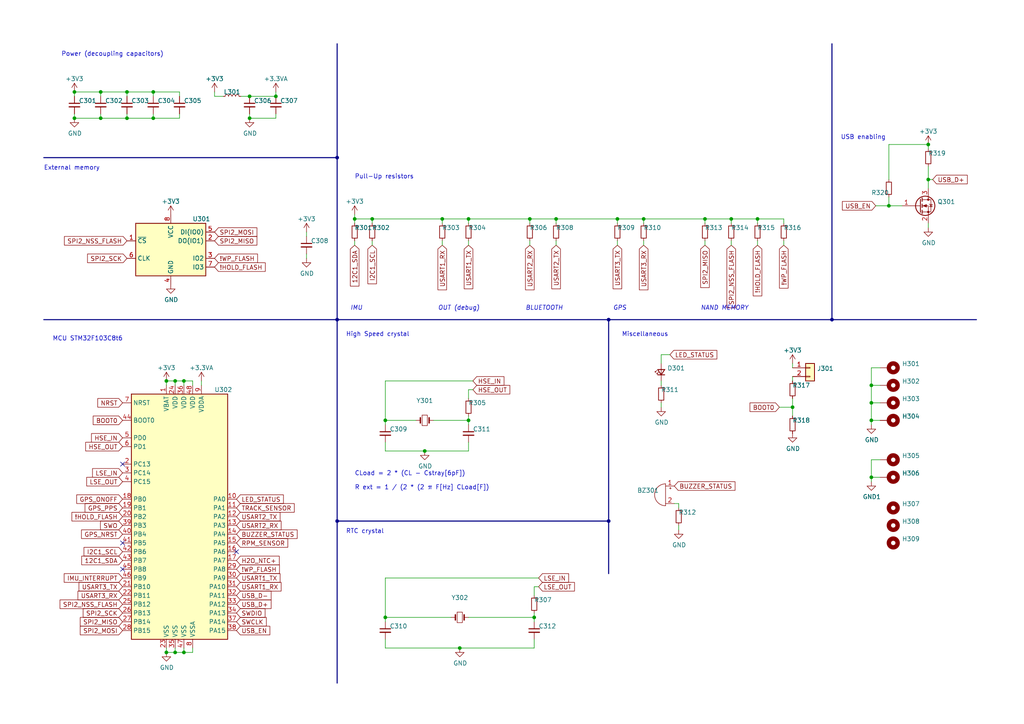
<source format=kicad_sch>
(kicad_sch (version 20211123) (generator eeschema)
  (paper "A4")
  (lib_symbols
    (symbol "Connector_Generic:Conn_01x02" (pin_names (offset 1.016) hide)
      (property "Reference" "J" (at 0 2.54 0))
      (property "Value" "Conn_01x02" (at 0 -5.08 0))
      (symbol "Conn_01x02_1_1"
        (rectangle (start -1.27 -2.413) (end 0 -2.667) (stroke (width 0.1524)))
        (rectangle (start -1.27 0.127) (end 0 -0.127) (stroke (width 0.1524)))
        (rectangle (start -1.27 1.27) (end 1.27 -3.81) (stroke (width 0.254)) (fill (type background)))
        (pin passive line (at -5.08 0 0) (length 3.81) (name "Pin_1") (number "1"))
        (pin passive line (at -5.08 -2.54 0) (length 3.81) (name "Pin_2") (number "2"))
      )
    )
    (symbol "Device:Buzzer" (pin_names (offset 0.0254) hide)
      (property "Reference" "BZ" (at 3.81 1.27 0))
      (property "Value" "Buzzer" (at 3.81 -1.27 0))
      (symbol "Buzzer_0_1"
        (arc (start 0 -3.175) (mid 3.175 0) (end 0 3.175))
        (polyline (pts (xy -1.651 1.905) (xy -1.143 1.905)))
        (polyline (pts (xy -1.397 2.159) (xy -1.397 1.651)))
        (polyline (pts (xy 0 3.175) (xy 0 -3.175)))
      )
      (symbol "Buzzer_1_1"
        (pin passive line (at -2.54 2.54 0) (length 2.54) (name "-") (number "1"))
        (pin passive line (at -2.54 -2.54 0) (length 2.54) (name "+") (number "2"))
      )
    )
    (symbol "Device:C_Small" (pin_numbers hide) (pin_names (offset 0.254) hide)
      (property "Reference" "C" (at 0.254 1.778 0))
      (property "Value" "C_Small" (at 0.254 -2.032 0))
      (symbol "C_Small_0_1"
        (polyline (pts (xy -1.524 -0.508) (xy 1.524 -0.508)) (stroke (width 0.3302)))
        (polyline (pts (xy -1.524 0.508) (xy 1.524 0.508)) (stroke (width 0.3048)))
      )
      (symbol "C_Small_1_1"
        (pin passive line (at 0 2.54 270) (length 2.032) (name "~") (number "1"))
        (pin passive line (at 0 -2.54 90) (length 2.032) (name "~") (number "2"))
      )
    )
    (symbol "Device:Crystal_Small" (pin_numbers hide) (pin_names (offset 1.016) hide)
      (property "Reference" "Y" (at 0 2.54 0))
      (property "Value" "Crystal_Small" (at 0 -2.54 0))
      (symbol "Crystal_Small_0_1"
        (rectangle (start -0.762 -1.524) (end 0.762 1.524))
        (polyline (pts (xy -1.27 -0.762) (xy -1.27 0.762)) (stroke (width 0.381)))
        (polyline (pts (xy 1.27 -0.762) (xy 1.27 0.762)) (stroke (width 0.381)))
      )
      (symbol "Crystal_Small_1_1"
        (pin passive line (at -2.54 0 0) (length 1.27) (name "1") (number "1"))
        (pin passive line (at 2.54 0 180) (length 1.27) (name "2") (number "2"))
      )
    )
    (symbol "Device:LED_Small" (pin_numbers hide) (pin_names (offset 0.254) hide)
      (property "Reference" "D" (at -1.27 3.175 0))
      (property "Value" "LED_Small" (at -4.445 -2.54 0))
      (symbol "LED_Small_0_1"
        (polyline (pts (xy -0.762 -1.016) (xy -0.762 1.016)) (stroke (width 0.254)))
        (polyline (pts (xy 1.016 0) (xy -0.762 0)))
        (polyline (pts (xy 0.762 -1.016) (xy -0.762 0) (xy 0.762 1.016) (xy 0.762 -1.016)) (stroke (width 0.254)))
        (polyline (pts (xy 0 0.762) (xy -0.508 1.27) (xy -0.254 1.27) (xy -0.508 1.27) (xy -0.508 1.016)))
        (polyline (pts (xy 0.508 1.27) (xy 0 1.778) (xy 0.254 1.778) (xy 0 1.778) (xy 0 1.524)))
      )
      (symbol "LED_Small_1_1"
        (pin passive line (at -2.54 0 0) (length 1.778) (name "K") (number "1"))
        (pin passive line (at 2.54 0 180) (length 1.778) (name "A") (number "2"))
      )
    )
    (symbol "Device:L_Small" (pin_numbers hide) (pin_names (offset 0.254) hide)
      (property "Reference" "L" (at 0.762 1.016 0))
      (property "Value" "L_Small" (at 0.762 -1.016 0))
      (symbol "L_Small_0_1"
        (arc (start 0 -2.032) (mid 0.508 -1.524) (end 0 -1.016))
        (arc (start 0 -1.016) (mid 0.508 -0.508) (end 0 0))
        (arc (start 0 0) (mid 0.508 0.508) (end 0 1.016))
        (arc (start 0 1.016) (mid 0.508 1.524) (end 0 2.032))
      )
      (symbol "L_Small_1_1"
        (pin passive line (at 0 2.54 270) (length 0.508) (name "~") (number "1"))
        (pin passive line (at 0 -2.54 90) (length 0.508) (name "~") (number "2"))
      )
    )
    (symbol "Device:R_Small" (pin_numbers hide) (pin_names (offset 0.254) hide)
      (property "Reference" "R" (at 0.762 0.508 0))
      (property "Value" "R_Small" (at 0.762 -1.016 0))
      (symbol "R_Small_0_1"
        (rectangle (start -0.762 1.778) (end 0.762 -1.778) (stroke (width 0.2032)))
      )
      (symbol "R_Small_1_1"
        (pin passive line (at 0 2.54 270) (length 0.762) (name "~") (number "1"))
        (pin passive line (at 0 -2.54 90) (length 0.762) (name "~") (number "2"))
      )
    )
    (symbol "MCU_ST_STM32F1:STM32F103C8Tx"
      (property "Reference" "U" (at -15.24 36.83 0))
      (property "Value" "STM32F103C8Tx" (at 7.62 36.83 0))
      (symbol "STM32F103C8Tx_0_1"
        (rectangle (start -15.24 -35.56) (end 12.7 35.56) (stroke (width 0.254)) (fill (type background)))
      )
      (symbol "STM32F103C8Tx_1_1"
        (pin power_in line (at -5.08 38.1 270) (length 2.54) (name "VBAT") (number "1"))
        (pin bidirectional line (at 15.24 5.08 180) (length 2.54) (name "PA0") (number "10"))
        (pin bidirectional line (at 15.24 2.54 180) (length 2.54) (name "PA1") (number "11"))
        (pin bidirectional line (at 15.24 0 180) (length 2.54) (name "PA2") (number "12"))
        (pin bidirectional line (at 15.24 -2.54 180) (length 2.54) (name "PA3") (number "13"))
        (pin bidirectional line (at 15.24 -5.08 180) (length 2.54) (name "PA4") (number "14"))
        (pin bidirectional line (at 15.24 -7.62 180) (length 2.54) (name "PA5") (number "15"))
        (pin bidirectional line (at 15.24 -10.16 180) (length 2.54) (name "PA6") (number "16"))
        (pin bidirectional line (at 15.24 -12.7 180) (length 2.54) (name "PA7") (number "17"))
        (pin bidirectional line (at -17.78 5.08 0) (length 2.54) (name "PB0") (number "18"))
        (pin bidirectional line (at -17.78 2.54 0) (length 2.54) (name "PB1") (number "19"))
        (pin bidirectional line (at -17.78 15.24 0) (length 2.54) (name "PC13") (number "2"))
        (pin bidirectional line (at -17.78 0 0) (length 2.54) (name "PB2") (number "20"))
        (pin bidirectional line (at -17.78 -20.32 0) (length 2.54) (name "PB10") (number "21"))
        (pin bidirectional line (at -17.78 -22.86 0) (length 2.54) (name "PB11") (number "22"))
        (pin power_in line (at -5.08 -38.1 90) (length 2.54) (name "VSS") (number "23"))
        (pin power_in line (at -2.54 38.1 270) (length 2.54) (name "VDD") (number "24"))
        (pin bidirectional line (at -17.78 -25.4 0) (length 2.54) (name "PB12") (number "25"))
        (pin bidirectional line (at -17.78 -27.94 0) (length 2.54) (name "PB13") (number "26"))
        (pin bidirectional line (at -17.78 -30.48 0) (length 2.54) (name "PB14") (number "27"))
        (pin bidirectional line (at -17.78 -33.02 0) (length 2.54) (name "PB15") (number "28"))
        (pin bidirectional line (at 15.24 -15.24 180) (length 2.54) (name "PA8") (number "29"))
        (pin bidirectional line (at -17.78 12.7 0) (length 2.54) (name "PC14") (number "3"))
        (pin bidirectional line (at 15.24 -17.78 180) (length 2.54) (name "PA9") (number "30"))
        (pin bidirectional line (at 15.24 -20.32 180) (length 2.54) (name "PA10") (number "31"))
        (pin bidirectional line (at 15.24 -22.86 180) (length 2.54) (name "PA11") (number "32"))
        (pin bidirectional line (at 15.24 -25.4 180) (length 2.54) (name "PA12") (number "33"))
        (pin bidirectional line (at 15.24 -27.94 180) (length 2.54) (name "PA13") (number "34"))
        (pin power_in line (at -2.54 -38.1 90) (length 2.54) (name "VSS") (number "35"))
        (pin power_in line (at 0 38.1 270) (length 2.54) (name "VDD") (number "36"))
        (pin bidirectional line (at 15.24 -30.48 180) (length 2.54) (name "PA14") (number "37"))
        (pin bidirectional line (at 15.24 -33.02 180) (length 2.54) (name "PA15") (number "38"))
        (pin bidirectional line (at -17.78 -2.54 0) (length 2.54) (name "PB3") (number "39"))
        (pin bidirectional line (at -17.78 10.16 0) (length 2.54) (name "PC15") (number "4"))
        (pin bidirectional line (at -17.78 -5.08 0) (length 2.54) (name "PB4") (number "40"))
        (pin bidirectional line (at -17.78 -7.62 0) (length 2.54) (name "PB5") (number "41"))
        (pin bidirectional line (at -17.78 -10.16 0) (length 2.54) (name "PB6") (number "42"))
        (pin bidirectional line (at -17.78 -12.7 0) (length 2.54) (name "PB7") (number "43"))
        (pin input line (at -17.78 27.94 0) (length 2.54) (name "BOOT0") (number "44"))
        (pin bidirectional line (at -17.78 -15.24 0) (length 2.54) (name "PB8") (number "45"))
        (pin bidirectional line (at -17.78 -17.78 0) (length 2.54) (name "PB9") (number "46"))
        (pin power_in line (at 0 -38.1 90) (length 2.54) (name "VSS") (number "47"))
        (pin power_in line (at 2.54 38.1 270) (length 2.54) (name "VDD") (number "48"))
        (pin input line (at -17.78 22.86 0) (length 2.54) (name "PD0") (number "5"))
        (pin input line (at -17.78 20.32 0) (length 2.54) (name "PD1") (number "6"))
        (pin input line (at -17.78 33.02 0) (length 2.54) (name "NRST") (number "7"))
        (pin power_in line (at 2.54 -38.1 90) (length 2.54) (name "VSSA") (number "8"))
        (pin power_in line (at 5.08 38.1 270) (length 2.54) (name "VDDA") (number "9"))
      )
    )
    (symbol "Mechanical:MountingHole" (pin_names (offset 1.016))
      (property "Reference" "H" (at 0 5.08 0))
      (property "Value" "MountingHole" (at 0 3.175 0))
      (symbol "MountingHole_0_1"
        (circle (center 0 0) (radius 1.27) (stroke (width 1.27)))
      )
    )
    (symbol "Mechanical:MountingHole_Pad" (pin_numbers hide) (pin_names (offset 1.016) hide)
      (property "Reference" "H" (at 0 6.35 0))
      (property "Value" "MountingHole_Pad" (at 0 4.445 0))
      (symbol "MountingHole_Pad_0_1"
        (circle (center 0 1.27) (radius 1.27) (stroke (width 1.27)))
      )
      (symbol "MountingHole_Pad_1_1"
        (pin input line (at 0 -2.54 90) (length 2.54) (name "1") (number "1"))
      )
    )
    (symbol "Memory_Flash:W25Q128JVS"
      (property "Reference" "U" (at -8.89 8.89 0))
      (property "Value" "W25Q128JVS" (at 7.62 8.89 0))
      (symbol "W25Q128JVS_0_1"
        (rectangle (start -10.16 7.62) (end 10.16 -7.62) (stroke (width 0.254)) (fill (type background)))
      )
      (symbol "W25Q128JVS_1_1"
        (pin input line (at -12.7 2.54 0) (length 2.54) (name "~{CS}") (number "1"))
        (pin bidirectional line (at 12.7 2.54 180) (length 2.54) (name "DO(IO1)") (number "2"))
        (pin bidirectional line (at 12.7 -2.54 180) (length 2.54) (name "IO2") (number "3"))
        (pin power_in line (at 0 -10.16 90) (length 2.54) (name "GND") (number "4"))
        (pin bidirectional line (at 12.7 5.08 180) (length 2.54) (name "DI(IO0)") (number "5"))
        (pin input line (at -12.7 -2.54 0) (length 2.54) (name "CLK") (number "6"))
        (pin bidirectional line (at 12.7 -5.08 180) (length 2.54) (name "IO3") (number "7"))
        (pin power_in line (at 0 10.16 270) (length 2.54) (name "VCC") (number "8"))
      )
    )
    (symbol "Transistor_FET:BSS123" (pin_names hide)
      (property "Reference" "Q" (at 5.08 1.905 0))
      (property "Value" "BSS123" (at 5.08 0 0))
      (symbol "BSS123_0_1"
        (polyline (pts (xy 0.254 0) (xy -2.54 0)))
        (polyline (pts (xy 0.254 1.905) (xy 0.254 -1.905)) (stroke (width 0.254)))
        (polyline (pts (xy 0.762 -1.27) (xy 0.762 -2.286)) (stroke (width 0.254)))
        (polyline (pts (xy 0.762 0.508) (xy 0.762 -0.508)) (stroke (width 0.254)))
        (polyline (pts (xy 0.762 2.286) (xy 0.762 1.27)) (stroke (width 0.254)))
        (polyline (pts (xy 2.54 2.54) (xy 2.54 1.778)))
        (polyline (pts (xy 2.54 -2.54) (xy 2.54 0) (xy 0.762 0)))
        (polyline (pts (xy 0.762 -1.778) (xy 3.302 -1.778) (xy 3.302 1.778) (xy 0.762 1.778)))
        (polyline (pts (xy 1.016 0) (xy 2.032 0.381) (xy 2.032 -0.381) (xy 1.016 0)) (fill (type outline)))
        (polyline (pts (xy 2.794 0.508) (xy 2.921 0.381) (xy 3.683 0.381) (xy 3.81 0.254)))
        (polyline (pts (xy 3.302 0.381) (xy 2.921 -0.254) (xy 3.683 -0.254) (xy 3.302 0.381)))
        (circle (center 1.651 0) (radius 2.794) (stroke (width 0.254)))
        (circle (center 2.54 -1.778) (radius 0.254) (fill (type outline)))
        (circle (center 2.54 1.778) (radius 0.254) (fill (type outline)))
      )
      (symbol "BSS123_1_1"
        (pin input line (at -5.08 0 0) (length 2.54) (name "G") (number "1"))
        (pin passive line (at 2.54 -5.08 90) (length 2.54) (name "S") (number "2"))
        (pin passive line (at 2.54 5.08 270) (length 2.54) (name "D") (number "3"))
      )
    )
    (symbol "power:+3.3V" (power) (pin_names (offset 0))
      (property "Value" "+3.3V" (at 0 3.556 0))
      (symbol "+3.3V_0_1"
        (polyline (pts (xy -0.762 1.27) (xy 0 2.54)))
        (polyline (pts (xy 0 0) (xy 0 2.54)))
        (polyline (pts (xy 0 2.54) (xy 0.762 1.27)))
      )
      (symbol "+3.3V_1_1"
        (pin power_in line (at 0 0 90) (length 0) hide (name "+3V3") (number "1"))
      )
    )
    (symbol "power:+3.3VA" (power) (pin_names (offset 0))
      (property "Value" "+3.3VA" (at 0 3.556 0))
      (symbol "+3.3VA_0_1"
        (polyline (pts (xy -0.762 1.27) (xy 0 2.54)))
        (polyline (pts (xy 0 0) (xy 0 2.54)))
        (polyline (pts (xy 0 2.54) (xy 0.762 1.27)))
      )
      (symbol "+3.3VA_1_1"
        (pin power_in line (at 0 0 90) (length 0) hide (name "+3.3VA") (number "1"))
      )
    )
    (symbol "power:GND" (power) (pin_names (offset 0))
      (property "Value" "GND" (at 0 -3.81 0))
      (symbol "GND_0_1"
        (polyline (pts (xy 0 0) (xy 0 -1.27) (xy 1.27 -1.27) (xy 0 -2.54) (xy -1.27 -1.27) (xy 0 -1.27)))
      )
      (symbol "GND_1_1"
        (pin power_in line (at 0 0 270) (length 0) hide (name "GND") (number "1"))
      )
    )
    (symbol "power:GND1" (power) (pin_names (offset 0))
      (property "Value" "GND1" (at 0 -3.81 0))
      (symbol "GND1_0_1"
        (polyline (pts (xy 0 0) (xy 0 -1.27) (xy 1.27 -1.27) (xy 0 -2.54) (xy -1.27 -1.27) (xy 0 -1.27)))
      )
      (symbol "GND1_1_1"
        (pin power_in line (at 0 0 270) (length 0) hide (name "GND1") (number "1"))
      )
    )
  )
  (junction (at 48.26 189.23))
  (junction (at 97.79 45.72))
  (junction (at 128.27 63.5))
  (junction (at 135.89 121.92))
  (junction (at 257.81 59.69))
  (junction (at 252.73 138.43))
  (junction (at 48.26 110.49))
  (junction (at 269.24 41.91))
  (junction (at 219.71 63.5))
  (junction (at 72.39 27.94))
  (junction (at 252.73 116.84))
  (junction (at 107.95 63.5))
  (junction (at 53.34 189.23))
  (junction (at 44.45 26.67))
  (junction (at 111.76 121.92))
  (junction (at 176.53 92.71))
  (junction (at 21.59 34.29))
  (junction (at 111.76 179.07))
  (junction (at 53.34 110.49))
  (junction (at 21.59 26.67))
  (junction (at 80.01 27.94))
  (junction (at 102.87 63.5))
  (junction (at 229.87 118.11))
  (junction (at 29.21 34.29))
  (junction (at 123.19 130.81))
  (junction (at 133.35 187.96))
  (junction (at 212.09 63.5))
  (junction (at 154.94 179.07))
  (junction (at 176.53 151.13))
  (junction (at 29.21 26.67))
  (junction (at 36.83 26.67))
  (junction (at 161.29 63.5))
  (junction (at 97.79 151.13))
  (junction (at 186.69 63.5))
  (junction (at 50.8 110.49))
  (junction (at 36.83 34.29))
  (junction (at 204.47 63.5))
  (junction (at 72.39 34.29))
  (junction (at 252.73 121.92))
  (junction (at 50.8 189.23))
  (junction (at 153.67 63.5))
  (junction (at 252.73 111.76))
  (junction (at 241.3 92.71))
  (junction (at 269.24 52.07))
  (junction (at 44.45 34.29))
  (junction (at 97.79 92.71))
  (junction (at 179.07 63.5))
  (junction (at 135.89 63.5))
  (no_connect (at 68.58 160.02))
  (no_connect (at 35.56 134.62))
  (no_connect (at 35.56 165.1))
  (no_connect (at 35.56 157.48))
  (wire (pts (xy 29.21 33.02) (xy 29.21 34.29)))
  (wire (pts (xy 212.09 63.5) (xy 219.71 63.5)))
  (wire (pts (xy 107.95 64.77) (xy 107.95 63.5)))
  (wire (pts (xy 53.34 111.76) (xy 53.34 110.49)))
  (wire (pts (xy 255.27 116.84) (xy 252.73 116.84)))
  (wire (pts (xy 254 59.69) (xy 257.81 59.69)))
  (wire (pts (xy 154.94 170.18) (xy 156.21 170.18)))
  (wire (pts (xy 88.9 73.66) (xy 88.9 74.93)))
  (bus (pts (xy 97.79 45.72) (xy 97.79 12.7)))
  (wire (pts (xy 107.95 63.5) (xy 102.87 63.5)))
  (wire (pts (xy 111.76 110.49) (xy 111.76 121.92)))
  (wire (pts (xy 194.31 102.87) (xy 191.77 102.87)))
  (wire (pts (xy 204.47 69.85) (xy 204.47 71.12)))
  (wire (pts (xy 64.77 27.94) (xy 62.23 27.94)))
  (wire (pts (xy 219.71 71.12) (xy 219.71 69.85)))
  (wire (pts (xy 255.27 138.43) (xy 252.73 138.43)))
  (bus (pts (xy 12.7 45.72) (xy 97.79 45.72)))
  (wire (pts (xy 107.95 63.5) (xy 128.27 63.5)))
  (wire (pts (xy 111.76 130.81) (xy 123.19 130.81)))
  (wire (pts (xy 128.27 69.85) (xy 128.27 71.12)))
  (wire (pts (xy 53.34 110.49) (xy 55.88 110.49)))
  (wire (pts (xy 212.09 63.5) (xy 212.09 64.77)))
  (wire (pts (xy 204.47 63.5) (xy 212.09 63.5)))
  (wire (pts (xy 102.87 63.5) (xy 102.87 64.77)))
  (wire (pts (xy 154.94 180.34) (xy 154.94 179.07)))
  (wire (pts (xy 48.26 110.49) (xy 48.26 111.76)))
  (wire (pts (xy 186.69 64.77) (xy 186.69 63.5)))
  (wire (pts (xy 111.76 121.92) (xy 120.65 121.92)))
  (wire (pts (xy 55.88 187.96) (xy 55.88 189.23)))
  (wire (pts (xy 80.01 27.94) (xy 80.01 26.67)))
  (wire (pts (xy 48.26 187.96) (xy 48.26 189.23)))
  (wire (pts (xy 153.67 63.5) (xy 161.29 63.5)))
  (wire (pts (xy 252.73 111.76) (xy 252.73 116.84)))
  (wire (pts (xy 72.39 33.02) (xy 72.39 34.29)))
  (wire (pts (xy 111.76 167.64) (xy 156.21 167.64)))
  (wire (pts (xy 135.89 123.19) (xy 135.89 121.92)))
  (wire (pts (xy 153.67 69.85) (xy 153.67 71.12)))
  (wire (pts (xy 58.42 111.76) (xy 58.42 110.49)))
  (wire (pts (xy 191.77 102.87) (xy 191.77 105.41)))
  (wire (pts (xy 53.34 189.23) (xy 50.8 189.23)))
  (wire (pts (xy 21.59 33.02) (xy 21.59 34.29)))
  (wire (pts (xy 179.07 69.85) (xy 179.07 71.12)))
  (bus (pts (xy 97.79 92.71) (xy 97.79 151.13)))
  (wire (pts (xy 128.27 63.5) (xy 135.89 63.5)))
  (bus (pts (xy 241.3 12.7) (xy 241.3 92.71)))
  (wire (pts (xy 257.81 52.07) (xy 257.81 41.91)))
  (wire (pts (xy 80.01 34.29) (xy 72.39 34.29)))
  (wire (pts (xy 55.88 189.23) (xy 53.34 189.23)))
  (bus (pts (xy 176.53 166.37) (xy 176.53 151.13)))
  (bus (pts (xy 176.53 151.13) (xy 176.53 92.71)))
  (wire (pts (xy 195.58 146.05) (xy 196.85 146.05)))
  (bus (pts (xy 283.21 92.71) (xy 241.3 92.71)))
  (wire (pts (xy 44.45 33.02) (xy 44.45 34.29)))
  (wire (pts (xy 69.85 27.94) (xy 72.39 27.94)))
  (wire (pts (xy 154.94 172.72) (xy 154.94 170.18)))
  (wire (pts (xy 88.9 67.31) (xy 88.9 68.58)))
  (wire (pts (xy 257.81 41.91) (xy 269.24 41.91)))
  (wire (pts (xy 255.27 106.68) (xy 252.73 106.68)))
  (wire (pts (xy 252.73 133.35) (xy 252.73 138.43)))
  (wire (pts (xy 55.88 111.76) (xy 55.88 110.49)))
  (wire (pts (xy 229.87 106.68) (xy 229.87 105.41)))
  (wire (pts (xy 270.51 52.07) (xy 269.24 52.07)))
  (wire (pts (xy 62.23 27.94) (xy 62.23 26.67)))
  (wire (pts (xy 252.73 106.68) (xy 252.73 111.76)))
  (wire (pts (xy 52.07 26.67) (xy 52.07 27.94)))
  (wire (pts (xy 102.87 71.12) (xy 102.87 69.85)))
  (wire (pts (xy 191.77 111.76) (xy 191.77 110.49)))
  (wire (pts (xy 111.76 121.92) (xy 111.76 123.19)))
  (wire (pts (xy 36.83 27.94) (xy 36.83 26.67)))
  (wire (pts (xy 252.73 116.84) (xy 252.73 121.92)))
  (wire (pts (xy 29.21 26.67) (xy 21.59 26.67)))
  (wire (pts (xy 29.21 34.29) (xy 36.83 34.29)))
  (wire (pts (xy 255.27 121.92) (xy 252.73 121.92)))
  (bus (pts (xy 97.79 45.72) (xy 97.79 92.71)))
  (wire (pts (xy 111.76 185.42) (xy 111.76 187.96)))
  (wire (pts (xy 21.59 27.94) (xy 21.59 26.67)))
  (wire (pts (xy 50.8 110.49) (xy 53.34 110.49)))
  (wire (pts (xy 111.76 110.49) (xy 137.16 110.49)))
  (wire (pts (xy 111.76 179.07) (xy 130.81 179.07)))
  (wire (pts (xy 133.35 187.96) (xy 154.94 187.96)))
  (wire (pts (xy 212.09 71.12) (xy 212.09 69.85)))
  (wire (pts (xy 219.71 63.5) (xy 227.33 63.5)))
  (wire (pts (xy 161.29 63.5) (xy 179.07 63.5)))
  (wire (pts (xy 44.45 26.67) (xy 52.07 26.67)))
  (wire (pts (xy 204.47 64.77) (xy 204.47 63.5)))
  (bus (pts (xy 97.79 151.13) (xy 176.53 151.13)))
  (wire (pts (xy 269.24 48.26) (xy 269.24 52.07)))
  (wire (pts (xy 111.76 167.64) (xy 111.76 179.07)))
  (wire (pts (xy 257.81 59.69) (xy 261.62 59.69)))
  (wire (pts (xy 21.59 34.29) (xy 29.21 34.29)))
  (wire (pts (xy 36.83 34.29) (xy 44.45 34.29)))
  (wire (pts (xy 135.89 63.5) (xy 135.89 64.77)))
  (wire (pts (xy 80.01 33.02) (xy 80.01 34.29)))
  (wire (pts (xy 161.29 64.77) (xy 161.29 63.5)))
  (wire (pts (xy 52.07 34.29) (xy 52.07 33.02)))
  (wire (pts (xy 179.07 63.5) (xy 186.69 63.5)))
  (wire (pts (xy 135.89 179.07) (xy 154.94 179.07)))
  (wire (pts (xy 53.34 187.96) (xy 53.34 189.23)))
  (wire (pts (xy 50.8 111.76) (xy 50.8 110.49)))
  (wire (pts (xy 123.19 130.81) (xy 135.89 130.81)))
  (wire (pts (xy 154.94 179.07) (xy 154.94 177.8)))
  (wire (pts (xy 252.73 121.92) (xy 252.73 123.19)))
  (bus (pts (xy 12.7 92.71) (xy 97.79 92.71)))
  (wire (pts (xy 36.83 33.02) (xy 36.83 34.29)))
  (wire (pts (xy 191.77 118.11) (xy 191.77 116.84)))
  (wire (pts (xy 255.27 133.35) (xy 252.73 133.35)))
  (wire (pts (xy 269.24 52.07) (xy 269.24 54.61)))
  (wire (pts (xy 107.95 71.12) (xy 107.95 69.85)))
  (wire (pts (xy 135.89 128.27) (xy 135.89 130.81)))
  (wire (pts (xy 111.76 179.07) (xy 111.76 180.34)))
  (wire (pts (xy 179.07 64.77) (xy 179.07 63.5)))
  (wire (pts (xy 269.24 66.04) (xy 269.24 64.77)))
  (wire (pts (xy 50.8 189.23) (xy 48.26 189.23)))
  (wire (pts (xy 196.85 153.67) (xy 196.85 152.4)))
  (wire (pts (xy 111.76 128.27) (xy 111.76 130.81)))
  (bus (pts (xy 97.79 151.13) (xy 97.79 198.12)))
  (wire (pts (xy 226.06 118.11) (xy 229.87 118.11)))
  (wire (pts (xy 186.69 63.5) (xy 204.47 63.5)))
  (wire (pts (xy 255.27 111.76) (xy 252.73 111.76)))
  (wire (pts (xy 135.89 63.5) (xy 153.67 63.5)))
  (wire (pts (xy 196.85 146.05) (xy 196.85 147.32)))
  (wire (pts (xy 252.73 138.43) (xy 252.73 139.7)))
  (wire (pts (xy 219.71 64.77) (xy 219.71 63.5)))
  (wire (pts (xy 128.27 63.5) (xy 128.27 64.77)))
  (wire (pts (xy 44.45 34.29) (xy 52.07 34.29)))
  (wire (pts (xy 229.87 118.11) (xy 229.87 120.65)))
  (wire (pts (xy 111.76 187.96) (xy 133.35 187.96)))
  (wire (pts (xy 50.8 187.96) (xy 50.8 189.23)))
  (wire (pts (xy 29.21 27.94) (xy 29.21 26.67)))
  (wire (pts (xy 125.73 121.92) (xy 135.89 121.92)))
  (wire (pts (xy 269.24 43.18) (xy 269.24 41.91)))
  (wire (pts (xy 161.29 69.85) (xy 161.29 71.12)))
  (wire (pts (xy 135.89 71.12) (xy 135.89 69.85)))
  (wire (pts (xy 154.94 185.42) (xy 154.94 187.96)))
  (wire (pts (xy 135.89 115.57) (xy 135.89 113.03)))
  (wire (pts (xy 153.67 64.77) (xy 153.67 63.5)))
  (wire (pts (xy 50.8 110.49) (xy 48.26 110.49)))
  (wire (pts (xy 227.33 71.12) (xy 227.33 69.85)))
  (wire (pts (xy 44.45 26.67) (xy 44.45 27.94)))
  (bus (pts (xy 241.3 92.71) (xy 176.53 92.71)))
  (wire (pts (xy 227.33 64.77) (xy 227.33 63.5)))
  (wire (pts (xy 36.83 26.67) (xy 44.45 26.67)))
  (bus (pts (xy 176.53 92.71) (xy 97.79 92.71)))
  (wire (pts (xy 257.81 59.69) (xy 257.81 57.15)))
  (wire (pts (xy 135.89 113.03) (xy 137.16 113.03)))
  (wire (pts (xy 72.39 27.94) (xy 80.01 27.94)))
  (wire (pts (xy 229.87 110.49) (xy 229.87 109.22)))
  (wire (pts (xy 102.87 62.23) (xy 102.87 63.5)))
  (wire (pts (xy 36.83 26.67) (xy 29.21 26.67)))
  (wire (pts (xy 135.89 121.92) (xy 135.89 120.65)))
  (wire (pts (xy 186.69 69.85) (xy 186.69 71.12)))
  (wire (pts (xy 229.87 115.57) (xy 229.87 118.11)))
  (text "USB enabling" (at 243.84 40.64 0) (effects (font (size 1.27 1.27)) (justify left bottom)))
  (text "GPS" (at 177.8 90.17 0) (effects (font (size 1.27 1.27) italic) (justify left bottom)))
  (text "BLUETOOTH" (at 152.4 90.17 0) (effects (font (size 1.27 1.27) italic) (justify left bottom)))
  (text "RTC crystal" (at 100.33 154.94 0) (effects (font (size 1.27 1.27)) (justify left bottom)))
  (text "Pull-Up resistors" (at 102.87 52.07 0) (effects (font (size 1.27 1.27)) (justify left bottom)))
  (text "CLoad = 2 * (CL - Cstray[6pF])\n\nR ext = 1 / (2 * (2 π F[Hz] CLoad[F])" (at 102.87 142.24 0) (effects (font (size 1.27 1.27)) (justify left bottom)))
  (text "OUT (debug)" (at 127 90.17 0) (effects (font (size 1.27 1.27) italic) (justify left bottom)))
  (text "Power (decoupling capacitors)" (at 17.78 16.51 0) (effects (font (size 1.27 1.27)) (justify left bottom)))
  (text "NAND MEMORY" (at 203.2 90.17 0) (effects (font (size 1.27 1.27) italic) (justify left bottom)))
  (text "External memory" (at 12.7 49.53 0) (effects (font (size 1.27 1.27)) (justify left bottom)))
  (text "IMU" (at 101.6 90.17 0) (effects (font (size 1.27 1.27) italic) (justify left bottom)))
  (text "MCU STM32F103C8t6" (at 15.24 99.06 0) (effects (font (size 1.27 1.27)) (justify left bottom)))
  (text "Miscellaneous" (at 180.34 97.79 0) (effects (font (size 1.27 1.27)) (justify left bottom)))
  (text "High Speed crystal" (at 100.33 97.79 0) (effects (font (size 1.27 1.27)) (justify left bottom)))
  (global_label "HSE_OUT" (shape input) (at 137.16 113.03 0) (property "Intersheet References" "${INTERSHEET_REFS}" (effects hide)))
  (global_label "SPI2_SCK" (shape input) (at 35.56 177.8 180) (property "Intersheet References" "${INTERSHEET_REFS}" (effects hide)))
  (global_label "USART1_RX" (shape input) (at 68.58 170.18 0) (property "Intersheet References" "${INTERSHEET_REFS}" (effects hide)))
  (global_label "LED_STATUS" (shape input) (at 194.31 102.87 0) (property "Intersheet References" "${INTERSHEET_REFS}" (effects hide)))
  (global_label "USART3_TX" (shape input) (at 179.07 71.12 270) (property "Intersheet References" "${INTERSHEET_REFS}" (effects hide)))
  (global_label "USART1_TX" (shape input) (at 135.89 71.12 270) (property "Intersheet References" "${INTERSHEET_REFS}" (effects hide)))
  (global_label "USART3_TX" (shape input) (at 35.56 170.18 180) (property "Intersheet References" "${INTERSHEET_REFS}" (effects hide)))
  (global_label "USB_D+" (shape input) (at 270.51 52.07 0) (property "Intersheet References" "${INTERSHEET_REFS}" (effects hide)))
  (global_label "SWO" (shape input) (at 35.56 152.4 180) (property "Intersheet References" "${INTERSHEET_REFS}" (effects hide)))
  (global_label "SWDIO" (shape input) (at 68.58 177.8 0) (property "Intersheet References" "${INTERSHEET_REFS}" (effects hide)))
  (global_label "!HOLD_FLASH" (shape input) (at 62.23 77.47 0) (property "Intersheet References" "${INTERSHEET_REFS}" (effects hide)))
  (global_label "LSE_IN" (shape input) (at 156.21 167.64 0) (property "Intersheet References" "${INTERSHEET_REFS}" (effects hide)))
  (global_label "LSE_OUT" (shape input) (at 35.56 139.7 180) (property "Intersheet References" "${INTERSHEET_REFS}" (effects hide)))
  (global_label "!WP_FLASH" (shape input) (at 227.33 71.12 270) (property "Intersheet References" "${INTERSHEET_REFS}" (effects hide)))
  (global_label "BOOT0" (shape input) (at 35.56 121.92 180) (property "Intersheet References" "${INTERSHEET_REFS}" (effects hide)))
  (global_label "RPM_SENSOR" (shape input) (at 68.58 157.48 0) (property "Intersheet References" "${INTERSHEET_REFS}" (effects hide)))
  (global_label "HSE_IN" (shape input) (at 35.56 127 180) (property "Intersheet References" "${INTERSHEET_REFS}" (effects hide)))
  (global_label "LSE_IN" (shape input) (at 35.56 137.16 180) (property "Intersheet References" "${INTERSHEET_REFS}" (effects hide)))
  (global_label "!WP_FLASH" (shape input) (at 62.23 74.93 0) (property "Intersheet References" "${INTERSHEET_REFS}" (effects hide)))
  (global_label "IMU_INTERRUPT" (shape input) (at 35.56 167.64 180) (property "Intersheet References" "${INTERSHEET_REFS}" (effects hide)))
  (global_label "SPI2_MOSI" (shape input) (at 62.23 67.31 0) (property "Intersheet References" "${INTERSHEET_REFS}" (effects hide)))
  (global_label "SPI2_MISO" (shape input) (at 35.56 180.34 180) (property "Intersheet References" "${INTERSHEET_REFS}" (effects hide)))
  (global_label "BUZZER_STATUS" (shape input) (at 68.58 154.94 0) (property "Intersheet References" "${INTERSHEET_REFS}" (effects hide)))
  (global_label "USART3_RX" (shape input) (at 35.56 172.72 180) (property "Intersheet References" "${INTERSHEET_REFS}" (effects hide)))
  (global_label "USART2_TX" (shape input) (at 68.58 149.86 0) (property "Intersheet References" "${INTERSHEET_REFS}" (effects hide)))
  (global_label "NRST" (shape input) (at 35.56 116.84 180) (property "Intersheet References" "${INTERSHEET_REFS}" (effects hide)))
  (global_label "I2C1_SCL" (shape input) (at 35.56 160.02 180) (property "Intersheet References" "${INTERSHEET_REFS}" (effects hide)))
  (global_label "LSE_OUT" (shape input) (at 156.21 170.18 0) (property "Intersheet References" "${INTERSHEET_REFS}" (effects hide)))
  (global_label "BOOT0" (shape input) (at 226.06 118.11 180) (property "Intersheet References" "${INTERSHEET_REFS}" (effects hide)))
  (global_label "SPI2_MISO" (shape input) (at 62.23 69.85 0) (property "Intersheet References" "${INTERSHEET_REFS}" (effects hide)))
  (global_label "H2O_NTC+" (shape input) (at 68.58 162.56 0) (property "Intersheet References" "${INTERSHEET_REFS}" (effects hide)))
  (global_label "!WP_FLASH" (shape input) (at 68.58 165.1 0) (property "Intersheet References" "${INTERSHEET_REFS}" (effects hide)))
  (global_label "I2C1_SCL" (shape input) (at 107.95 71.12 270) (property "Intersheet References" "${INTERSHEET_REFS}" (effects hide)))
  (global_label "HSE_OUT" (shape input) (at 35.56 129.54 180) (property "Intersheet References" "${INTERSHEET_REFS}" (effects hide)))
  (global_label "SPI2_NSS_FLASH" (shape input) (at 212.09 71.12 270) (property "Intersheet References" "${INTERSHEET_REFS}" (effects hide)))
  (global_label "SPI2_NSS_FLASH" (shape input) (at 36.83 69.85 180) (property "Intersheet References" "${INTERSHEET_REFS}" (effects hide)))
  (global_label "SPI2_MOSI" (shape input) (at 35.56 182.88 180) (property "Intersheet References" "${INTERSHEET_REFS}" (effects hide)))
  (global_label "SPI2_SCK" (shape input) (at 36.83 74.93 180) (property "Intersheet References" "${INTERSHEET_REFS}" (effects hide)))
  (global_label "USART1_TX" (shape input) (at 68.58 167.64 0) (property "Intersheet References" "${INTERSHEET_REFS}" (effects hide)))
  (global_label "HSE_IN" (shape input) (at 137.16 110.49 0) (property "Intersheet References" "${INTERSHEET_REFS}" (effects hide)))
  (global_label "GPS_NRST" (shape input) (at 35.56 154.94 180) (property "Intersheet References" "${INTERSHEET_REFS}" (effects hide)))
  (global_label "BUZZER_STATUS" (shape input) (at 195.58 140.97 0) (property "Intersheet References" "${INTERSHEET_REFS}" (effects hide)))
  (global_label "SPI2_NSS_FLASH" (shape input) (at 35.56 175.26 180) (property "Intersheet References" "${INTERSHEET_REFS}" (effects hide)))
  (global_label "USB_D-" (shape input) (at 68.58 172.72 0) (property "Intersheet References" "${INTERSHEET_REFS}" (effects hide)))
  (global_label "USART2_RX" (shape input) (at 153.67 71.12 270) (property "Intersheet References" "${INTERSHEET_REFS}" (effects hide)))
  (global_label "USART1_RX" (shape input) (at 128.27 71.12 270) (property "Intersheet References" "${INTERSHEET_REFS}" (effects hide)))
  (global_label "12C1_SDA" (shape input) (at 102.87 71.12 270) (property "Intersheet References" "${INTERSHEET_REFS}" (effects hide)))
  (global_label "SWCLK" (shape input) (at 68.58 180.34 0) (property "Intersheet References" "${INTERSHEET_REFS}" (effects hide)))
  (global_label "LED_STATUS" (shape input) (at 68.58 144.78 0) (property "Intersheet References" "${INTERSHEET_REFS}" (effects hide)))
  (global_label "USART3_RX" (shape input) (at 186.69 71.12 270) (property "Intersheet References" "${INTERSHEET_REFS}" (effects hide)))
  (global_label "GPS_ONOFF" (shape input) (at 35.56 144.78 180) (property "Intersheet References" "${INTERSHEET_REFS}" (effects hide)))
  (global_label "GPS_PPS" (shape input) (at 35.56 147.32 180) (property "Intersheet References" "${INTERSHEET_REFS}" (effects hide)))
  (global_label "USB_D+" (shape input) (at 68.58 175.26 0) (property "Intersheet References" "${INTERSHEET_REFS}" (effects hide)))
  (global_label "USB_EN" (shape input) (at 68.58 182.88 0) (property "Intersheet References" "${INTERSHEET_REFS}" (effects hide)))
  (global_label "!HOLD_FLASH" (shape input) (at 219.71 71.12 270) (property "Intersheet References" "${INTERSHEET_REFS}" (effects hide)))
  (global_label "USART2_TX" (shape input) (at 161.29 71.12 270) (property "Intersheet References" "${INTERSHEET_REFS}" (effects hide)))
  (global_label "TRACK_SENSOR" (shape input) (at 68.58 147.32 0) (property "Intersheet References" "${INTERSHEET_REFS}" (effects hide)))
  (global_label "USART2_RX" (shape input) (at 68.58 152.4 0) (property "Intersheet References" "${INTERSHEET_REFS}" (effects hide)))
  (global_label "!HOLD_FLASH" (shape input) (at 35.56 149.86 180) (property "Intersheet References" "${INTERSHEET_REFS}" (effects hide)))
  (global_label "USB_EN" (shape input) (at 254 59.69 180) (property "Intersheet References" "${INTERSHEET_REFS}" (effects hide)))
  (global_label "12C1_SDA" (shape input) (at 35.56 162.56 180) (property "Intersheet References" "${INTERSHEET_REFS}" (effects hide)))
  (global_label "SPI2_MISO" (shape input) (at 204.47 71.12 270) (property "Intersheet References" "${INTERSHEET_REFS}" (effects hide)))
  (symbol (lib_id "power:GND") (at 48.26 189.23 0) (unit 1)
    (property "Reference" "#PWR0304" (effects hide))
  )
  (symbol (lib_id "power:+3.3V") (at 48.26 110.49 0) (unit 1)
    (property "Reference" "#PWR0303" (effects hide))
  )
  (symbol (lib_id "MCU_ST_STM32F1:STM32F103C8Tx") (at 53.34 149.86 0) (unit 1)
    (property "Reference" "U302" (at 64.77 113.03 0))
    (property "Datasheet" "http://www.st.com/st-web-ui/static/active/en/resource/technical/document/datasheet/CD00161566.pdf" (effects hide))
    (property "LCSC Part #" "C8734" (effects hide))
    (property "Mouser" "511-STM32F103C8T6" (effects hide))
  )
  (symbol (lib_id "Device:R_Small") (at 229.87 123.19 180) (unit 1)
    (property "Reference" "R318" (at 232.41 121.92 0))
    (property "Mouser" "71-CRCW040210K0FKEDC" (effects hide))
  )
  (symbol (lib_id "power:+3.3V") (at 229.87 105.41 0) (unit 1)
    (property "Reference" "#PWR0318" (effects hide))
  )
  (symbol (lib_id "power:GND") (at 229.87 125.73 0) (unit 1)
    (property "Reference" "#PWR0319" (effects hide))
  )
  (symbol (lib_id "Device:C_Small") (at 21.59 30.48 0) (unit 1)
    (property "Reference" "C301" (at 22.86 29.21 0) (effects (justify left)))
    (property "LCSC Part #" "C19666" (effects hide))
    (property "Mouser" "581-0603ZD475KAT2A" (effects hide))
  )
  (symbol (lib_id "Device:C_Small") (at 29.21 30.48 0) (unit 1)
    (property "Reference" "C302" (at 30.48 29.21 0) (effects (justify left)))
    (property "LCSC Part #" "C1525" (effects hide))
    (property "Mouser" "581-0402YD104K" (effects hide))
  )
  (symbol (lib_id "Device:C_Small") (at 36.83 30.48 0) (unit 1)
    (property "Reference" "C303" (at 38.1 29.21 0) (effects (justify left)))
    (property "LCSC Part #" "C1525" (effects hide))
    (property "Mouser" "581-0402YD104K" (effects hide))
  )
  (symbol (lib_id "Device:C_Small") (at 44.45 30.48 0) (unit 1)
    (property "Reference" "C304" (at 45.72 29.21 0) (effects (justify left)))
    (property "LCSC Part #" "C1525" (effects hide))
    (property "Mouser" "581-0402YD104K" (effects hide))
  )
  (symbol (lib_id "Device:C_Small") (at 52.07 30.48 0) (unit 1)
    (property "Reference" "C305" (at 53.34 29.21 0) (effects (justify left)))
    (property "LCSC Part #" "C1525" (effects hide))
    (property "Mouser" "581-0402YD104K" (effects hide))
  )
  (symbol (lib_id "power:+3.3V") (at 21.59 26.67 0) (unit 1)
    (property "Reference" "#PWR0301" (effects hide))
  )
  (symbol (lib_id "power:GND") (at 21.59 34.29 0) (unit 1)
    (property "Reference" "#PWR0302" (effects hide))
  )
  (symbol (lib_id "Device:L_Small") (at 67.31 27.94 90) (unit 1)
    (property "Reference" "L301" (at 67.31 26.67 90))
    (property "LCSC Part #" "C26443" (effects hide))
    (property "Mouser" "710-7447840139" (effects hide))
  )
  (symbol (lib_id "power:+3.3V") (at 62.23 26.67 0) (unit 1)
    (property "Reference" "#PWR0308" (effects hide))
  )
  (symbol (lib_id "Device:C_Small") (at 72.39 30.48 0) (unit 1)
    (property "Reference" "C306" (at 73.66 29.21 0) (effects (justify left)))
    (property "LCSC Part #" "C52923" (effects hide))
    (property "Mouser" "581-0402YD105KAT4A" (effects hide))
  )
  (symbol (lib_id "Device:C_Small") (at 80.01 30.48 0) (unit 1)
    (property "Reference" "C307" (at 81.28 29.21 0) (effects (justify left)))
    (property "LCSC Part #" "C15195" (effects hide))
    (property "Mouser" "581-0402ZC103KAT2A" (effects hide))
  )
  (symbol (lib_id "power:GND") (at 72.39 34.29 0) (unit 1)
    (property "Reference" "#PWR0309" (effects hide))
  )
  (symbol (lib_id "power:+3.3VA") (at 80.01 26.67 0) (unit 1)
    (property "Reference" "#PWR0310" (effects hide))
  )
  (symbol (lib_id "Device:Crystal_Small") (at 123.19 121.92 0) (unit 1)
    (property "Reference" "Y301" (at 123.19 116.205 0))
    (property "Mouser" "815-ABLS-8.0M-T" (effects hide))
  )
  (symbol (lib_id "power:GND") (at 123.19 130.81 0) (unit 1)
    (property "Reference" "#PWR0314" (effects hide))
  )
  (symbol (lib_id "Device:C_Small") (at 111.76 125.73 0) (unit 1)
    (property "Reference" "C309" (at 113.03 124.46 0) (effects (justify left)))
    (property "Mouser" "581-04025U240FAT2A" (effects hide))
  )
  (symbol (lib_id "Device:C_Small") (at 135.89 125.73 0) (unit 1)
    (property "Reference" "C311" (at 137.16 124.46 0) (effects (justify left)))
    (property "Mouser" "581-04025U240FAT2A" (effects hide))
  )
  (symbol (lib_id "Device:R_Small") (at 135.89 67.31 180) (unit 1)
    (property "Reference" "R304" (at 138.43 66.04 0))
    (property "LCSC Part #" "C25741" (effects hide))
    (property "Mouser" "652-CR0402JW-104GLF" (effects hide))
  )
  (symbol (lib_id "Device:R_Small") (at 128.27 67.31 180) (unit 1)
    (property "Reference" "R303" (at 130.81 66.04 0))
    (property "LCSC Part #" "C25741" (effects hide))
    (property "Mouser" "652-CR0402JW-104GLF" (effects hide))
  )
  (symbol (lib_id "Device:R_Small") (at 135.89 118.11 180) (unit 1)
    (property "Reference" "R305" (at 138.43 116.84 0))
    (property "Mouser" "652-CR0402-FX7870GLF" (effects hide))
  )
  (symbol (lib_id "Device:LED_Small") (at 191.77 107.95 90) (unit 1)
    (property "Reference" "D301" (at 193.548 106.7816 90) (effects (justify right)))
    (property "LCSC Part #" "C72041" (effects hide))
    (property "Mouser" "710-150060BS55040" (effects hide))
  )
  (symbol (lib_id "Device:R_Small") (at 191.77 114.3 180) (unit 1)
    (property "Reference" "R311" (at 194.31 113.03 0))
    (property "LCSC Part #" "C22843" (effects hide))
    (property "Mouser" "755-KTR03EZPJ152" (effects hide))
  )
  (symbol (lib_id "Device:R_Small") (at 212.09 67.31 180) (unit 1)
    (property "Reference" "R314" (at 214.63 66.04 0))
    (property "LCSC Part #" "C25741" (effects hide))
    (property "Mouser" "652-CR0402JW-104GLF" (effects hide))
  )
  (symbol (lib_id "Device:R_Small") (at 204.47 67.31 180) (unit 1)
    (property "Reference" "R313" (at 207.01 66.04 0))
    (property "LCSC Part #" "C25741" (effects hide))
    (property "Mouser" "652-CR0402JW-104GLF" (effects hide))
  )
  (symbol (lib_id "power:GND") (at 191.77 118.11 0) (unit 1)
    (property "Reference" "#PWR0316" (effects hide))
  )
  (symbol (lib_id "Device:Crystal_Small") (at 133.35 179.07 0) (unit 1)
    (property "Reference" "Y302" (at 133.35 173.355 0))
    (property "Datasheet" "https://datasheet.lcsc.com/szlcsc/1811151431_Seiko-SC-32S32-768kHz20PPM7pF_C97604.pdf" (effects hide))
    (property "Name" "SC-32S32.768kHz20PPM7pF" (effects hide))
    (property "Mouser" "815-ABS25-32.7K-4-T" (effects hide))
  )
  (symbol (lib_id "power:GND") (at 133.35 187.96 0) (unit 1)
    (property "Reference" "#PWR0315" (effects hide))
  )
  (symbol (lib_id "Device:C_Small") (at 111.76 182.88 0) (unit 1)
    (property "Reference" "C310" (at 113.03 181.61 0) (effects (justify left)))
    (property "Mouser" "581-04023U130FAT2A" (effects hide))
  )
  (symbol (lib_id "Device:C_Small") (at 154.94 182.88 0) (unit 1)
    (property "Reference" "C312" (at 156.21 181.61 0) (effects (justify left)))
    (property "Mouser" "581-04023U130FAT2A" (effects hide))
  )
  (symbol (lib_id "Device:R_Small") (at 154.94 175.26 180) (unit 1)
    (property "Reference" "R307" (at 157.48 173.99 0))
    (property "LCSC Part #" "C25918" (effects hide))
    (property "Mouser" "71-CRCW0402J-36K-E3" (effects hide))
  )
  (symbol (lib_id "Device:R_Small") (at 107.95 67.31 180) (unit 1)
    (property "Reference" "R302" (at 110.49 66.04 0))
    (property "LCSC Part #" "C25879" (effects hide))
    (property "Mouser" "652-CR0402FX-2201GLF" (effects hide))
  )
  (symbol (lib_id "Device:R_Small") (at 102.87 67.31 180) (unit 1)
    (property "Reference" "R301" (at 105.41 66.04 0))
    (property "LCSC Part #" "C25879" (effects hide))
    (property "Mouser" "652-CR0402FX-2201GLF" (effects hide))
  )
  (symbol (lib_id "power:+3.3V") (at 102.87 62.23 0) (unit 1)
    (property "Reference" "#PWR0313" (effects hide))
  )
  (symbol (lib_id "Memory_Flash:W25Q128JVS") (at 49.53 72.39 0) (unit 1)
    (property "Reference" "U301" (at 58.42 63.5 0))
    (property "Datasheet" "http://www.winbond.com/resource-files/w25q128jv_dtr%20revc%2003272018%20plus.pdf" (effects hide))
    (property "LCSC Part #" "C97521" (effects hide))
    (property "Mouser" "454-W25Q128JVSIQTR" (effects hide))
  )
  (symbol (lib_id "power:+3.3V") (at 49.53 62.23 0) (unit 1)
    (property "Reference" "#PWR0305" (effects hide))
  )
  (symbol (lib_id "power:GND") (at 49.53 82.55 0) (unit 1)
    (property "Reference" "#PWR0306" (effects hide))
  )
  (symbol (lib_id "Device:R_Small") (at 153.67 67.31 180) (unit 1)
    (property "Reference" "R306" (at 156.21 66.04 0))
    (property "LCSC Part #" "C25741" (effects hide))
    (property "Mouser" "652-CR0402JW-104GLF" (effects hide))
  )
  (symbol (lib_id "Device:R_Small") (at 161.29 67.31 180) (unit 1)
    (property "Reference" "R308" (at 163.83 66.04 0))
    (property "LCSC Part #" "C25741" (effects hide))
    (property "Mouser" "652-CR0402JW-104GLF" (effects hide))
  )
  (symbol (lib_id "Device:R_Small") (at 179.07 67.31 180) (unit 1)
    (property "Reference" "R309" (at 181.61 66.04 0))
    (property "LCSC Part #" "C25741" (effects hide))
    (property "Mouser" "652-CR0402JW-104GLF" (effects hide))
  )
  (symbol (lib_id "Device:R_Small") (at 186.69 67.31 180) (unit 1)
    (property "Reference" "R310" (at 189.23 66.04 0))
    (property "LCSC Part #" "C25741" (effects hide))
    (property "Mouser" "652-CR0402JW-104GLF" (effects hide))
  )
  (symbol (lib_id "Device:R_Small") (at 227.33 67.31 180) (unit 1)
    (property "Reference" "R316" (at 229.87 66.04 0))
    (property "Mouser" "71-CRCW040210K0FKEDC" (effects hide))
  )
  (symbol (lib_id "Device:R_Small") (at 219.71 67.31 180) (unit 1)
    (property "Reference" "R315" (at 222.25 66.04 0))
    (property "Mouser" "71-CRCW040210K0FKEDC" (effects hide))
  )
  (symbol (lib_id "Mechanical:MountingHole_Pad") (at 257.81 106.68 270) (unit 1)
    (property "Reference" "H301" (at 261.62 105.5116 90) (effects (justify left)))
  )
  (symbol (lib_id "Device:C_Small") (at 88.9 71.12 0) (unit 1)
    (property "Reference" "C308" (at 90.17 69.85 0) (effects (justify left)))
    (property "LCSC Part #" "C1525" (effects hide))
    (property "Mouser" "581-0402YD104K" (effects hide))
  )
  (symbol (lib_id "power:+3.3V") (at 88.9 67.31 0) (unit 1)
    (property "Reference" "#PWR0311" (effects hide))
  )
  (symbol (lib_id "power:GND") (at 88.9 74.93 0) (unit 1)
    (property "Reference" "#PWR0312" (effects hide))
  )
  (symbol (lib_id "Device:R_Small") (at 269.24 45.72 180) (unit 1)
    (property "Reference" "R319" (at 271.78 44.45 0))
    (property "LCSC Part #" "C25867" (effects hide))
    (property "Mouser" "652-CR0402FX-1501GLF" (effects hide))
  )
  (symbol (lib_id "Mechanical:MountingHole_Pad") (at 257.81 111.76 270) (unit 1)
    (property "Reference" "H302" (at 261.62 110.5916 90) (effects (justify left)))
  )
  (symbol (lib_id "Mechanical:MountingHole_Pad") (at 257.81 116.84 270) (unit 1)
    (property "Reference" "H303" (at 261.62 115.6716 90) (effects (justify left)))
  )
  (symbol (lib_id "Mechanical:MountingHole_Pad") (at 257.81 121.92 270) (unit 1)
    (property "Reference" "H304" (at 261.62 120.7516 90) (effects (justify left)))
  )
  (symbol (lib_id "power:GND") (at 252.73 123.19 0) (unit 1)
    (property "Reference" "#PWR0320" (effects hide))
  )
  (symbol (lib_id "power:GND") (at 196.85 153.67 0) (unit 1)
    (property "Reference" "#PWR0317" (effects hide))
  )
  (symbol (lib_id "Device:R_Small") (at 196.85 149.86 180) (unit 1)
    (property "Reference" "R312" (at 199.39 148.59 0))
    (property "LCSC Part #" "C25076" (effects hide))
    (property "Mouser" "652-CR0603-FX-103ELF" (effects hide))
  )
  (symbol (lib_id "Device:Buzzer") (at 193.04 143.51 0) (mirror y) (unit 1)
    (property "Reference" "BZ301" (at 187.96 142.24 0))
  )
  (symbol (lib_id "power:+3.3VA") (at 58.42 110.49 0) (unit 1)
    (property "Reference" "#PWR0307" (effects hide))
  )
  (symbol (lib_id "Mechanical:MountingHole_Pad") (at 257.81 133.35 270) (unit 1)
    (property "Reference" "H305" (at 261.62 132.1816 90) (effects (justify left)))
  )
  (symbol (lib_id "Mechanical:MountingHole_Pad") (at 257.81 138.43 270) (unit 1)
    (property "Reference" "H306" (at 261.62 137.2616 90) (effects (justify left)))
  )
  (symbol (lib_id "power:GND1") (at 252.73 139.7 0) (unit 1)
    (property "Reference" "#PWR?" (effects hide))
  )
  (symbol (lib_id "Mechanical:MountingHole") (at 259.08 147.32 0) (unit 1)
    (property "Reference" "H307" (at 261.62 146.1516 0) (effects (justify left)))
  )
  (symbol (lib_id "Mechanical:MountingHole") (at 259.08 152.4 0) (unit 1)
    (property "Reference" "H308" (at 261.62 151.2316 0) (effects (justify left)))
  )
  (symbol (lib_id "Mechanical:MountingHole") (at 259.08 157.48 0) (unit 1)
    (property "Reference" "H309" (at 261.62 156.3116 0) (effects (justify left)))
  )
  (symbol (lib_id "Device:R_Small") (at 229.87 113.03 180) (unit 1)
    (property "Reference" "R317" (at 232.41 111.76 0))
    (property "LCSC Part #" "C25900" (effects hide))
    (property "Mouser" "71-CRCW04024K70FKEDC" (effects hide))
  )
  (symbol (lib_id "Connector_Generic:Conn_01x02") (at 234.95 106.68 0) (unit 1)
    (property "Reference" "J301" (at 236.982 106.8832 0) (effects (justify left)))
  )
  (symbol (lib_id "power:+3.3V") (at 269.24 41.91 0) (unit 1)
    (property "Reference" "#PWR0322" (effects hide))
  )
  (symbol (lib_id "Device:R_Small") (at 257.81 54.61 0) (unit 1)
    (property "Reference" "R320" (at 255.27 55.88 0))
    (property "Mouser" "71-CRCW040210K0FKEDC" (effects hide))
  )
  (symbol (lib_id "power:GND") (at 269.24 66.04 0) (unit 1)
    (property "Reference" "#PWR0103" (effects hide))
  )
  (symbol (lib_id "Transistor_FET:BSS123") (at 266.7 59.69 0) (unit 1)
    (property "Reference" "Q301" (at 271.8816 58.5216 0) (effects (justify left)))
    (property "Datasheet" "http://www.diodes.com/assets/Datasheets/ds30366.pdf" (effects hide))
    (property "LCSC Part #" "C431506" (effects hide))
    (property "Mouser" "78-SI2312BDS-T1-BE3" (effects hide))
  )
)
</source>
